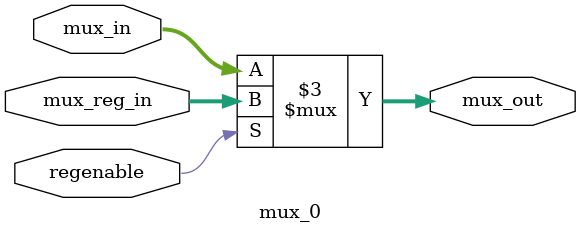
<source format=v>
module mux_0 #(parameter Width = 18) (
    input wire [Width-1:0] mux_reg_in ,
    input wire [Width-1:0] mux_in ,
    input wire        regenable, // Register enable
    output reg [Width-1:0] mux_out 
);

always @(*) 
    begin
        if (regenable)
        mux_out = mux_reg_in ; //reg
        else
        mux_out = mux_in;
    end
    
endmodule

</source>
